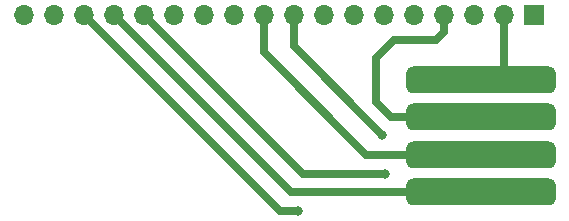
<source format=gbr>
%TF.GenerationSoftware,KiCad,Pcbnew,8.0.7-8.0.7-0~ubuntu24.04.1*%
%TF.CreationDate,2025-01-13T21:17:15-08:00*%
%TF.ProjectId,NX-ButtonInterface,4e582d42-7574-4746-9f6e-496e74657266,1*%
%TF.SameCoordinates,Original*%
%TF.FileFunction,Copper,L1,Top*%
%TF.FilePolarity,Positive*%
%FSLAX46Y46*%
G04 Gerber Fmt 4.6, Leading zero omitted, Abs format (unit mm)*
G04 Created by KiCad (PCBNEW 8.0.7-8.0.7-0~ubuntu24.04.1) date 2025-01-13 21:17:15*
%MOMM*%
%LPD*%
G01*
G04 APERTURE LIST*
G04 Aperture macros list*
%AMRoundRect*
0 Rectangle with rounded corners*
0 $1 Rounding radius*
0 $2 $3 $4 $5 $6 $7 $8 $9 X,Y pos of 4 corners*
0 Add a 4 corners polygon primitive as box body*
4,1,4,$2,$3,$4,$5,$6,$7,$8,$9,$2,$3,0*
0 Add four circle primitives for the rounded corners*
1,1,$1+$1,$2,$3*
1,1,$1+$1,$4,$5*
1,1,$1+$1,$6,$7*
1,1,$1+$1,$8,$9*
0 Add four rect primitives between the rounded corners*
20,1,$1+$1,$2,$3,$4,$5,0*
20,1,$1+$1,$4,$5,$6,$7,0*
20,1,$1+$1,$6,$7,$8,$9,0*
20,1,$1+$1,$8,$9,$2,$3,0*%
G04 Aperture macros list end*
%TA.AperFunction,ComponentPad*%
%ADD10R,1.700000X1.700000*%
%TD*%
%TA.AperFunction,ComponentPad*%
%ADD11O,1.700000X1.700000*%
%TD*%
%TA.AperFunction,SMDPad,CuDef*%
%ADD12RoundRect,0.571500X-5.778500X-0.571500X5.778500X-0.571500X5.778500X0.571500X-5.778500X0.571500X0*%
%TD*%
%TA.AperFunction,ViaPad*%
%ADD13C,0.800000*%
%TD*%
%TA.AperFunction,Conductor*%
%ADD14C,0.508000*%
%TD*%
%TA.AperFunction,Conductor*%
%ADD15C,0.635000*%
%TD*%
G04 APERTURE END LIST*
D10*
%TO.P,J1,1,Pin_1*%
%TO.N,/CAN_TX*%
X129921000Y-92964000D03*
D11*
%TO.P,J1,2,Pin_2*%
%TO.N,/CAN_RX*%
X127381000Y-92964000D03*
%TO.P,J1,3,Pin_3*%
%TO.N,/GND*%
X124841000Y-92964000D03*
%TO.P,J1,4,Pin_4*%
%TO.N,/3V3*%
X122301000Y-92964000D03*
%TO.P,J1,5,Pin_5*%
%TO.N,unconnected-(J1-Pin_5-Pad5)*%
X119761000Y-92964000D03*
%TO.P,J1,6,Pin_6*%
%TO.N,unconnected-(J1-Pin_6-Pad6)*%
X117221000Y-92964000D03*
%TO.P,J1,7,Pin_7*%
%TO.N,/NX_PC_LED-*%
X114681000Y-92964000D03*
%TO.P,J1,8,Pin_8*%
%TO.N,/NX_PC_LED+*%
X112141000Y-92964000D03*
%TO.P,J1,9,Pin_9*%
%TO.N,/UART2_RXD*%
X109601000Y-92964000D03*
%TO.P,J1,10,Pin_10*%
%TO.N,/UART2_TXD*%
X107061000Y-92964000D03*
%TO.P,J1,11,Pin_11*%
%TO.N,unconnected-(J1-Pin_11-Pad11)*%
X104521000Y-92964000D03*
%TO.P,J1,12,Pin_12*%
%TO.N,unconnected-(J1-Pin_12-Pad12)*%
X101981000Y-92964000D03*
%TO.P,J1,13,Pin_13*%
%TO.N,/SYS_RST_RCV_RTN*%
X99441000Y-92964000D03*
%TO.P,J1,14,Pin_14*%
%TO.N,/~{SYS_RESET}*%
X96901000Y-92964000D03*
%TO.P,J1,15,Pin_15*%
%TO.N,/SYS_RST_RCV_RTN*%
X94361000Y-92964000D03*
%TO.P,J1,16,Pin_16*%
%TO.N,/~{REC}*%
X91821000Y-92964000D03*
%TO.P,J1,17,Pin_17*%
%TO.N,unconnected-(J1-Pin_17-Pad17)*%
X89281000Y-92964000D03*
%TO.P,J1,18,Pin_18*%
%TO.N,unconnected-(J1-Pin_18-Pad18)*%
X86741000Y-92964000D03*
%TD*%
D12*
%TO.P,J2,2,Pin_2*%
%TO.N,/SYS_RST_RCV_RTN*%
X125463300Y-107988100D03*
%TO.P,J2,4,Pin_4*%
%TO.N,/UART2_TXD*%
X125463300Y-104813100D03*
%TO.P,J2,6,Pin_6*%
%TO.N,/3V3*%
X125463300Y-101638100D03*
%TO.P,J2,8,Pin_8*%
%TO.N,/CAN_RX*%
X125463300Y-98463100D03*
%TD*%
D13*
%TO.N,/UART2_RXD*%
X117094000Y-103124000D03*
%TO.N,/~{SYS_RESET}*%
X117348000Y-106426000D03*
%TO.N,/~{REC}*%
X109982000Y-109575600D03*
%TD*%
D14*
%TO.N,/CAN_RX*%
X127317500Y-98463100D02*
X127381000Y-98399600D01*
X125463300Y-98463100D02*
X127317500Y-98463100D01*
D15*
X127381000Y-98399600D02*
X127381000Y-92964000D01*
%TO.N,/3V3*%
X122301000Y-94411800D02*
X121640600Y-95072200D01*
X116560600Y-96647000D02*
X116560600Y-100355400D01*
X122301000Y-92964000D02*
X122301000Y-94411800D01*
X117843300Y-101638100D02*
X125463300Y-101638100D01*
X116560600Y-100355400D02*
X117843300Y-101638100D01*
X121640600Y-95072200D02*
X118135400Y-95072200D01*
X118135400Y-95072200D02*
X116560600Y-96647000D01*
%TO.N,/UART2_RXD*%
X109601000Y-92964000D02*
X109601000Y-95631000D01*
X109601000Y-95631000D02*
X117094000Y-103124000D01*
%TO.N,/UART2_TXD*%
X107061000Y-96139000D02*
X115735100Y-104813100D01*
X115735100Y-104813100D02*
X125463300Y-104813100D01*
X107061000Y-92964000D02*
X107061000Y-96139000D01*
%TO.N,/SYS_RST_RCV_RTN*%
X125463300Y-107988100D02*
X109385100Y-107988100D01*
X109385100Y-107988100D02*
X94361000Y-92964000D01*
%TO.N,/~{SYS_RESET}*%
X110363000Y-106426000D02*
X96901000Y-92964000D01*
X117348000Y-106426000D02*
X110363000Y-106426000D01*
%TO.N,/~{REC}*%
X91821000Y-92964000D02*
X108432600Y-109575600D01*
X108432600Y-109575600D02*
X109982000Y-109575600D01*
%TD*%
M02*

</source>
